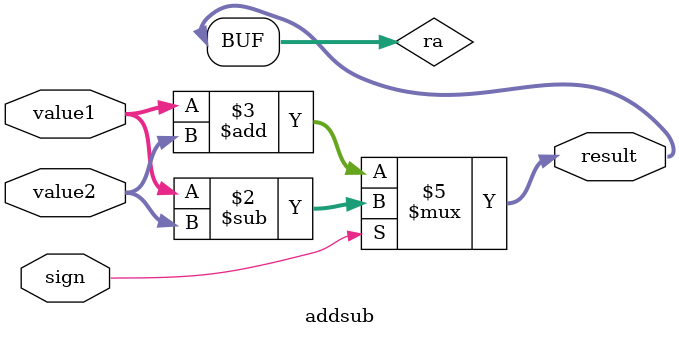
<source format=v>
module addsub(sign, value1, value2, result);
input sign;
input [31:0] value1;
input [31:0] value2;
output [31:0] result;
reg [31:0] ra;

always @(*) begin

if(sign) ra <= value1 - value2;
else ra <= value1 + value2;
end
assign result = ra;
endmodule

</source>
